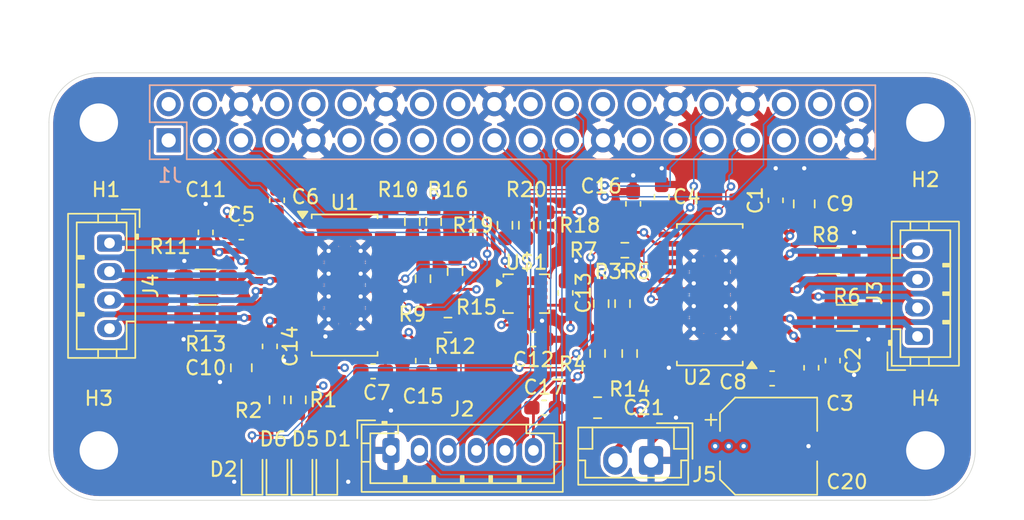
<source format=kicad_pcb>
(kicad_pcb (version 20241229) (generator "pcbnew") (generator_version "9.0")
  (layers (0 "F.Cu" signal) (4 "In1.Cu" signal) (6 "In2.Cu" signal) (2 "B.Cu" signal) (13 "F.Paste" user) (15 "B.Paste" user) (5 "F.SilkS" user "F.Silkscreen") (7 "B.SilkS" user "B.Silkscreen") (1 "F.Mask" user) (3 "B.Mask" user) (25 "Edge.Cuts" user))
  (net 0 "")
  (net 1 "VCC")
  (net 2 "GND")
  (net 3 "Net-(U2-VCP)")
  (net 4 "Net-(U2-5VOUT)")
  (net 5 "Net-(U1-VCP)")
  (net 6 "Net-(U1-CPI)")
  (net 7 "Net-(U1-CPO)")
  (net 8 "Net-(U1-5VOUT)")
  (net 9 "Net-(U2-CPO)")
  (net 10 "Net-(U2-CPI)")
  (net 11 "+3.3V")
  (net 12 "Net-(D1-A)")
  (net 13 "Net-(D2-A)")
  (net 14 "Net-(D5-A)")
  (net 15 "Net-(D6-A)")
  (net 19 "SCL_3V3")
  (net 21 "DIR_RIGHT")
  (net 22 "SDA_3V3")
  (net 27 "SCLK")
  (net 28 "STEP_RIGHT")
  (net 30 "unconnected-(J1-Pin_4-Pad4)")
  (net 34 "MISO")
  (net 36 "MOSI")
  (net 39 "STEP_LEFT")
  (net 41 "DIR_LEFT")
  (net 45 "CS")
  (net 47 "Net-(J3-Pin_2)")
  (net 48 "Net-(J3-Pin_4)")
  (net 49 "Net-(J3-Pin_3)")
  (net 50 "Net-(J3-Pin_1)")
  (net 51 "Net-(J4-Pin_3)")
  (net 52 "Net-(J4-Pin_4)")
  (net 53 "Net-(J4-Pin_1)")
  (net 54 "Net-(J4-Pin_2)")
  (net 55 "Net-(U2-MS1)")
  (net 56 "Net-(U2-MS2)")
  (net 57 "Net-(U2-BRA)")
  (net 58 "Net-(U2-DIAG)")
  (net 59 "Net-(U2-BRB)")
  (net 60 "Net-(U1-MS1)")
  (net 61 "Net-(U1-MS2)")
  (net 62 "Net-(U1-BRA)")
  (net 63 "Net-(U1-DIAG)")
  (net 64 "Net-(U1-BRB)")
  (net 65 "Net-(U$1-CS)")
  (footprint "Capacitor_SMD:C_0805_2012Metric_Pad1.18x1.45mm_HandSolder" (layer "F.Cu") (at 169.5 102.8 180)
    (property "Reference" "C21")
    (property "Value" "100nF")
  )
  (footprint "Connector_JST:JST_PH_B4B-PH-K_1x04_P2.00mm_Vertical" (layer "F.Cu") (at 135.25 91.25 -90)
    (property "Reference" "J4")
    (property "Value" "Conn_01x04")
  )
  (footprint "Resistor_SMD:R_0603_1608Metric_Pad0.98x0.95mm_HandSolder" (layer "F.Cu") (at 159 97)
    (property "Reference" "R12")
    (property "Value" "1k")
  )
  (footprint "Resistor_SMD:R_0603_1608Metric_Pad0.98x0.95mm_HandSolder" (layer "F.Cu") (at 169.75 95.5 -90)
    (property "Reference" "R3")
    (property "Value" "10k")
  )
  (footprint "Capacitor_SMD:C_0603_1608Metric_Pad1.08x0.95mm_HandSolder" (layer "F.Cu") (at 186 99.5 -90)
    (property "Reference" "C2")
    (property "Value" "100nF")
  )
  (footprint "Capacitor_SMD:C_0603_1608Metric_Pad1.08x0.95mm_HandSolder" (layer "F.Cu") (at 157.25 99.5 90)
    (property "Reference" "C15")
    (property "Value" "100n")
  )
  (footprint "Capacitor_SMD:C_0603_1608Metric_Pad1.08x0.95mm_HandSolder" (layer "F.Cu") (at 165 98 180)
    (property "Reference" "C12")
    (property "Value" "100nF")
  )
  (footprint "Resistor_SMD:R_0603_1608Metric_Pad0.98x0.95mm_HandSolder" (layer "F.Cu") (at 169.5 99 90)
    (property "Reference" "R4")
    (property "Value" "10k")
  )
  (footprint "Package_SO:HTSSOP-28-1EP_4.4x9.7mm_P0.65mm_EP2.85x5.4mm_ThermalVias" (layer "F.Cu") (at 151.75 94.2)
    (property "Reference" "U1")
    (property "Value" "TMC2225-SA-T")
  )
  (footprint "Capacitor_SMD:C_0805_2012Metric_Pad1.18x1.45mm_HandSolder" (layer "F.Cu") (at 144.5 100 -90)
    (property "Reference" "C10")
    (property "Value" "10uF")
  )
  (footprint "Resistor_SMD:R_0603_1608Metric_Pad0.98x0.95mm_HandSolder" (layer "F.Cu") (at 158 89.75 -90)
    (property "Reference" "R16")
    (property "Value" "10k")
  )
  (footprint "Capacitor_SMD:C_0603_1608Metric_Pad1.08x0.95mm_HandSolder" (layer "F.Cu") (at 184.5 100 -90)
    (property "Reference" "C3")
    (property "Value" "100n")
  )
  (footprint "MountingHole:MountingHole_2.7mm_M2.5_Pad" (layer "F.Cu") (at 192.5 105.8)
    (property "Reference" "H4")
    (property "Value" "MountingHole_Pad")
  )
  (footprint "Resistor_SMD:R_1206_3216Metric_Pad1.30x1.75mm_HandSolder" (layer "F.Cu") (at 142 96.5 180)
    (property "Reference" "R13")
    (property "Value" "220m")
  )
  (footprint "Capacitor_SMD:C_0603_1608Metric_Pad1.08x0.95mm_HandSolder" (layer "F.Cu") (at 142 90.5 90)
    (property "Reference" "C11")
    (property "Value" "100nF")
  )
  (footprint "Resistor_SMD:R_0603_1608Metric_Pad0.98x0.95mm_HandSolder" (layer "F.Cu") (at 159.5 93.25 90)
    (property "Reference" "R15")
    (property "Value" "10k")
  )
  (footprint "LED_SMD:LED_0603_1608Metric_Pad1.05x0.95mm_HandSolder" (layer "F.Cu") (at 145.25 107.25 90)
    (property "Reference" "D2")
    (property "Value" "LED")
  )
  (footprint "LED_SMD:LED_0603_1608Metric_Pad1.05x0.95mm_HandSolder" (layer "F.Cu") (at 148.75 107.25 90)
    (property "Reference" "D5")
    (property "Value" "LED")
  )
  (footprint "Capacitor_SMD:C_0603_1608Metric_Pad1.08x0.95mm_HandSolder" (layer "F.Cu") (at 172 88.5 -90)
    (property "Reference" "C16")
    (property "Value" "100n")
  )
  (footprint "Resistor_SMD:R_0603_1608Metric_Pad0.98x0.95mm_HandSolder" (layer "F.Cu") (at 163 90 -90)
    (property "Reference" "R19")
    (property "Value" "10K")
  )
  (footprint "Capacitor_SMD:C_0603_1608Metric_Pad1.08x0.95mm_HandSolder" (layer "F.Cu") (at 147 88.25 -90)
    (property "Reference" "C6")
    (property "Value" "22n")
  )
  (footprint "Resistor_SMD:R_0603_1608Metric_Pad0.98x0.95mm_HandSolder" (layer "F.Cu") (at 157.25 93.75 -90)
    (property "Reference" "R9")
    (property "Value" "10k")
  )
  (footprint "Capacitor_SMD:C_0603_1608Metric_Pad1.08x0.95mm_HandSolder" (layer "F.Cu") (at 144.5 90.5)
    (property "Reference" "C5")
    (property "Value" "100n")
  )
  (footprint "Resistor_SMD:R_0603_1608Metric_Pad0.98x0.95mm_HandSolder" (layer "F.Cu") (at 171.75 99 -90)
    (property "Reference" "R14")
    (property "Value" "10k")
  )
  (footprint "Resistor_SMD:R_0603_1608Metric_Pad0.98x0.95mm_HandSolder" (layer "F.Cu") (at 156.5 89.75 90)
    (property "Reference" "R10")
    (property "Value" "10k")
  )
  (footprint "Capacitor_SMD:C_0603_1608Metric_Pad1.08x0.95mm_HandSolder" (layer "F.Cu") (at 146.5 98.5 -90)
    (property "Reference" "C14")
    (property "Value" "100nF")
  )
  (footprint "Resistor_SMD:R_1206_3216Metric_Pad1.30x1.75mm_HandSolder" (layer "F.Cu") (at 142 94 180)
    (property "Reference" "R11")
    (property "Value" "220m")
  )
  (footprint "Resistor_SMD:R_1206_3216Metric_Pad1.30x1.75mm_HandSolder" (layer "F.Cu") (at 187 96.5)
    (property "Reference" "R6")
    (property "Value" "220m")
  )
  (footprint "LED_SMD:LED_0603_1608Metric_Pad1.05x0.95mm_HandSolder" (layer "F.Cu") (at 150.5 107.25 90)
    (property "Reference" "D1")
    (property "Value" "LED")
  )
  (footprint "Connector_JST:JST_EH_B2B-EH-A_1x02_P2.50mm_Vertical" (layer "F.Cu") (at 173.25 106.5 180)
    (property "Reference" "J5")
    (property "Value" "Battery")
  )
  (footprint "Capacitor_SMD:C_0805_2012Metric_Pad1.18x1.45mm_HandSolder" (layer "F.Cu") (at 184 88.5 90)
    (property "Reference" "C9")
    (property "Value" "10uF")
  )
  (footprint "Connector_JST:JST_PH_B6B-PH-K_1x06_P2.00mm_Vertical" (layer "F.Cu") (at 155 105.8)
    (property "Reference" "J2")
    (property "Value" "MCP3208")
  )
  (footprint "Resistor_SMD:R_0603_1608Metric_Pad0.98x0.95mm_HandSolder" (layer "F.Cu") (at 148.5 102.25 -90)
    (property "Reference" "R1")
    (property "Value" "6.8k")
  )
  (footprint "Resistor_SMD:R_0603_1608Metric_Pad0.98x0.95mm_HandSolder" (layer "F.Cu") (at 171.4125 91.75 180)
    (property "Reference" "R7")
    (property "Value" "1k")
  )
  (footprint "Capacitor_SMD:C_0603_1608Metric_Pad1.08x0.95mm_HandSolder" (layer "F.Cu") (at 167.25 94.75 -90)
    (property "Reference" "C13")
    (property "Value" "100nF")
  )
  (footprint "Package_SO:HTSSOP-28-1EP_4.4x9.7mm_P0.65mm_EP2.85x5.4mm_ThermalVias" (layer "F.Cu") (at 177.375 94.875 180)
    (property "Reference" "U2")
    (property "Value" "TMC2225-SA-T")
  )
  (footprint "Resistor_SMD:R_1206_3216Metric_Pad1.30x1.75mm_HandSolder" (layer "F.Cu") (at 185.75 92.5)
    (property "Reference" "R8")
    (property "Value" "220m")
  )
  (footprint "Resistor_SMD:R_0603_1608Metric_Pad0.98x0.95mm_HandSolder" (layer "F.Cu") (at 166 90 -90)
    (property "Reference" "R18")
    (property "Value" "10K")
  )
  (footprint "Capacitor_SMD:C_0603_1608Metric_Pad1.08x0.95mm_HandSolder" (layer "F.Cu") (at 174 88 90)
    (property "Reference" "C4")
    (property "Value" "2u2")
  )
  (footprint "MountingHole:MountingHole_2.7mm_M2.5_Pad" (layer "F.Cu") (at 134.5 82.8)
    (property "Reference" "H1")
    (property "Value" "MountingHole_Pad")
  )
  (footprint "LED_SMD:LED_0603_1608Metric_Pad1.05x0.95mm_HandSolder" (layer "F.Cu") (at 147 107.25 90)
    (property "Reference" "D6")
    (property "Value" "LED")
  )
  (footprint "Capacitor_SMD:C_0603_1608Metric_Pad1.08x0.95mm_HandSolder" (layer "F.Cu") (at 165.75 102.8)
    (property "Reference" "C17")
    (property "Value" "100nF")
  )
  (footprint "MountingHole:MountingHole_2.7mm_M2.5_Pad" (layer "F.Cu") (at 192.5 82.8)
    (property "Reference" "H2")
    (property "Value" "MountingHole_Pad")
  )
  (footprint "MountingHole:MountingHole_2.7mm_M2.5_Pad" (layer "F.Cu") (at 134.5 105.8)
    (property "Reference" "H3")
    (property "Value" "MountingHole_Pad")
  )
  (footprint "Resistor_SMD:R_0603_1608Metric_Pad0.98x0.95mm_HandSolder" (layer "F.Cu") (at 147 102.25 -90)
    (property "Reference" "R2")
    (property "Value" "1K")
  )
  (footprint "Resistor_SMD:R_0603_1608Metric_Pad0.98x0.95mm_HandSolder" (layer "F.Cu") (at 164.5 90 -90)
    (property "Reference" "R20")
    (property "Value" "10K")
  )
  (footprint "Capacitor_SMD:C_0603_1608Metric_Pad1.08x0.95mm_HandSolder" (layer "F.Cu") (at 153.75 100.25 180)
    (property "Reference" "C7")
    (property "Value" "2u2")
  )
  (footprint "Connector_JST:JST_PH_B4B-PH-K_1x04_P2.00mm_Vertical" (layer "F.Cu") (at 191.95 97.8 90)
    (property "Reference" "J3")
    (property "Value" "Conn_01x04")
  )
  (footprint "Capacitor_SMD:C_0603_1608Metric_Pad1.08x0.95mm_HandSolder" (layer "F.Cu") (at 182 88.25 90)
    (property "Reference" "C1")
    (property "Value" "100nF")
  )
  (footprint "Resistor_SMD:R_0603_1608Metric_Pad0.98x0.95mm_HandSolder" (layer "F.Cu") (at 171.25 95.5 90)
    (property "Reference" "R5")
    (property "Value" "10k")
  )
  (footprint "Capacitor_SMD:CP_Elec_6.3x5.4" (layer "F.Cu") (at 181.5 105.5)
    (property "Reference" "C20")
    (property "Value" "330uF")
  )
  (footprint "Package_LGA:LGA-14_3x2.5mm_P0.5mm_LayoutBorder3x4y" (layer "F.Cu") (at 164.5 94.8)
    (property "Reference" "U$1")
    (property "Value" "LSM6DSOX")
  )
  (footprint "Capacitor_SMD:C_0603_1608Metric_Pad1.08x0.95mm_HandSolder" (layer "F.Cu") (at 181.75 100.75)
    (property "Reference" "C8")
    (property "Value" "22n")
  )
  (footprint "Connector_PinSocket_2.54mm:PinSocket_2x20_P2.54mm_Vertical" (layer "B.Cu") (at 139.4 84.04 -90)
    (property "Reference" "J1")
    (property "Value" "Conn_02x20_Odd_Even")
  )
  (gr_arc (start 192.5 79.3) (mid 194.974874 80.325126) (end 196 82.8) (stroke (width 0.05)) (layer "Edge.Cuts"))
  (gr_line (start 196 82.8) (end 196 105.8) (stroke (width 0.05)) (layer "Edge.Cuts"))
  (gr_arc (start 134.5 109.3) (mid 132.025126 108.274874) (end 131 105.8) (stroke (width 0.05)) (layer "Edge.Cuts"))
  (gr_line (start 134.5 79.3) (end 192.5 79.3) (stroke (width 0.05)) (layer "Edge.Cuts"))
  (gr_line (start 192.5 109.3) (end 134.5 109.3) (stroke (width 0.05)) (layer "Edge.Cuts"))
  (gr_arc (start 131 82.8) (mid 132.025126 80.325126) (end 134.5 79.3) (stroke (width 0.05)) (layer "Edge.Cuts"))
  (gr_arc (start 196 105.8) (mid 194.974874 108.274874) (end 192.5 109.3) (stroke (width 0.05)) (layer "Edge.Cuts"))
  (gr_line (start 131 82.8) (end 131 105.8) (stroke (width 0.05)) (layer "Edge.Cuts"))
  (segment (start 146.5 96.7) (end 146.5 97.6375) (width 0.4) (layer "F.Cu") (net 1))
  (segment (start 145.825 97.6375) (end 144.5 98.9625) (width 0.4) (layer "F.Cu") (net 1))
  (segment (start 170.75 105.75) (end 172.5 104) (width 0.4) (layer "F.Cu") (net 1))
  (segment (start 183 90.5375) (end 184 89.5375) (width 0.4) (layer "F.Cu") (net 1))
  (segment (start 146.5 97.6375) (end 145.825 97.6375) (width 0.4) (layer "F.Cu") (net 1))
  (segment (start 183 90.75) (end 182 89.75) (width 0.4) (layer "F.Cu") (net 1))
  (segment (start 148.101001 96.524) (end 148.150001 96.475) (width 0.4) (layer "F.Cu") (net 1))
  (segment (start 172.5 104) (end 172.5 103) (width 0.4) (layer "F.Cu") (net 1))
  (segment (start 148.8875 96.475) (end 148.150001 96.475) (width 0.2) (layer "F.Cu") (net 1))
  (segment (start 183 90.75) (end 181.15 92.6) (width 0.4) (layer "F.Cu") (net 1))
  (segment (start 147.199 91.799) (end 147.325 91.925) (width 0.4) (layer "F.Cu") (net 1))
  (segment (start 172.5 103) (end 170.7375 103) (width 0.4) (layer "F.Cu") (net 1))
  (segment (start 143.04088 91.799) (end 147.199 91.799) (width 0.4) (layer "F.Cu") (net 1))
  (segment (start 183 90.75) (end 183 90.5375) (width 0.4) (layer "F.Cu") (net 1))
  (segment (start 170.75 107) (end 170.75 105.75) (width 0.2) (layer "F.Cu") (net 1))
  (segment (start 150.1625 101.3375) (end 148.5 101.3375) (width 0.2) (layer "F.Cu") (net 1))
  (segment (start 170.7375 103) (end 170.5375 102.8) (width 0.4) (layer "F.Cu") (net 1))
  (segment (start 142.5375 91.9) (end 142 91.3625) (width 0.4) (layer "F.Cu") (net 1))
  (segment (start 143.5 89) (end 143.5 90.3625) (width 0.2) (layer "F.Cu") (net 1))
  (segment (start 146.5 96.7) (end 147.863708 96.7) (width 0.4) (layer "F.Cu") (net 1))
  (segment (start 147.325 91.925) (end 148.8875 91.925) (width 0.4) (layer "F.Cu") (net 1))
  (segment (start 182.65 97.15) (end 183.25 97.75) (width 0.4) (layer "F.Cu") (net 1))
  (segment (start 180.2375 97.15) (end 182.65 97.15) (width 0.4) (layer "F.Cu") (net 1))
  (segment (start 184.5 99) (end 184.1375 98.6375) (width 0.4) (layer "F.Cu") (net 1))
  (segment (start 186 98.6375) (end 184.1375 98.6375) (width 0.4) (layer "F.Cu") (net 1))
  (segment (start 182 89.75) (end 182 89.2875) (width 0.2) (layer "F.Cu") (net 1))
  (segment (start 142.93988 91.9) (end 143.04088 91.799) (width 0.4) (layer "F.Cu") (net 1))
  (segment (start 181.15 92.6) (end 180.2375 92.6) (width 0.4) (layer "F.Cu") (net 1))
  (segment (start 148.039708 96.524) (end 148.101001 96.524) (width 0.4) (layer "F.Cu") (net 1))
  (segment (start 143.5 90.3625) (end 143.6375 90.5) (width 0.2) (layer "F.Cu") (net 1))
  (segment (start 184.1375 98.6375) (end 183.25 97.75) (width 0.4) (layer "F.Cu") (net 1))
  (segment (start 150.25 101.25) (end 150.1625 101.3375) (width 0.2) (layer "F.Cu") (net 1))
  (segment (start 184.5 99.1375) (end 184.5 99) (width 0.4) (layer "F.Cu") (net 1))
  (segment (start 147.863708 96.7) (end 148.039708 96.524) (width 0.4) (layer "F.Cu") (net 1))
  (segment (start 142.93988 91.9) (end 142.5375 91.9) (width 0.4) (layer "F.Cu") (net 1))
  (via (at 178.7 105.5) (size 0.6) (drill 0.3) (layers "F.Cu" "B.Cu") (net 1))
  (via (at 146.5 96.7) (size 0.6) (drill 0.3) (layers "F.Cu" "B.Cu") (net 1))
  (via (at 142.93988 91.9) (size 0.6) (drill 0.3) (layers "F.Cu" "B.Cu") (net 1))
  (via (at 172.5 103) (size 0.6) (drill 0.3) (layers "F.Cu" "B.Cu") (net 1))
  (via (at 183.25 97.75) (size 0.6) (drill 0.3) (layers "F.Cu" "B.Cu") (net 1))
  (via (at 150.25 101.25) (size 0.6) (drill 0.3) (layers "F.Cu" "B.Cu") (net 1))
  (via (at 183 90.75) (size 0.6) (drill 0.3) (layers "F.Cu" "B.Cu") (net 1))
  (via (at 179.75 105.5) (size 0.6) (drill 0.3) (layers "F.Cu" "B.Cu") (net 1))
  (via (at 143.5 89) (size 0.6) (drill 0.3) (layers "F.Cu" "B.Cu") (net 1))
  (via (at 177.75 105.5) (size 0.6) (drill 0.3) (layers "F.Cu" "B.Cu") (net 1))
  (segment (start 174.475 94.5875) (end 174.5125 94.55) (width 0.2) (layer "F.Cu") (net 2))
  (segment (start 165.6 96.7) (end 165 96.1) (width 0.2) (layer "F.Cu") (net 2))
  (segment (start 144 108) (end 145.125 108) (width 0.2) (layer "F.Cu") (net 2))
  (segment (start 172 86.5) (end 172 87.6375) (width 0.2) (layer "F.Cu") (net 2))
  (segment (start 140.5 93.95) (end 140.45 94) (width 0.4) (layer "F.Cu") (net 2))
  (segment (start 145.125 108) (end 145.25 108.125) (width 0.2) (layer "F.Cu") (net 2))
  (segment (start 143 101) (end 144.4625 101) (width 0.2) (layer "F.Cu") (net 2))
  (segment (start 186.1375 100.5) (end 186 100.3625) (width 0.4) (layer "F.Cu") (net 2))
  (segment (start 156.5 87.5) (end 156.5 88.8375) (width 0.2) (layer "F.Cu") (net 2))
  (segment (start 155 103) (end 155 105.8) (width 0.2) (layer "F.Cu") (net 2))
  (segment (start 187.5 91.8) (end 187.3 92) (width 0.2) (layer "F.Cu") (net 2))
  (segment (start 154.6125 94.525) (end 155.925 94.525) (width 0.2) (layer "F.Cu") (net 2))
  (segment (start 140.5 92.5) (end 140.5 93.95) (width 0.4) (layer "F.Cu") (net 2))
  (segment (start 172.65 94.55) (end 171.3 93.2) (width 0.2) (layer "F.Cu") (net 2))
  (segment (start 152 108) (end 150.625 108) (width 0.2) (layer "F.Cu") (net 2))
  (segment (start 164.5 95.7125) (end 165 95.7125) (width 0.2) (layer "F.Cu") (net 2))
  (segment (start 174.5 99.1125) (end 174.5125 99.1) (width 0.2) (layer "F.Cu") (net 2))
  (segment (start 174 86) (end 174 87.1375) (width 0.2) (layer "F.Cu") (net 2))
  (segment (start 173.25 106.5) (end 173.25 105.25) (width 0.4) (layer "F.Cu") (net 2))
  (segment (start 187.5 100.5) (end 186.1375 100.5) (width 0.4) (layer "F.Cu") (net 2))
  (segment (start 144.4625 101) (end 144.5 101.0375) (width 0.2) (layer "F.Cu") (net 2))
  (segment (start 187.5 90.5) (end 187.5 91.8) (width 0.4) (layer "F.Cu") (net 2))
  (segment (start 173.25 105.25) (end 175 103.5) (width 0.4) (layer "F.Cu") (net 2))
  (segment (start 180.2375 90.65) (end 180.2375 91.3) (width 0.2) (layer "F.Cu") (net 2))
  (segment (start 174.5125 94.55) (end 172.65 94.55) (width 0.2) (layer "F.Cu") (net 2))
  (segment (start 147.5 99.5) (end 146.6375 99.5) (width 0.2) (layer "F.Cu") (net 2))
  (segment (start 150.4 97.8) (end 148.9125 97.8) (width 0.2) (layer "F.Cu") (net 2))
  (segment (start 188.5 98) (end 188.5 96.55) (width 0.4) (layer "F.Cu") (net 2))
  (segment (start 142 88.5) (end 142 89.6375) (width 0.2) (layer "F.Cu") (net 2))
  (segment (start 155.925 94.525) (end 156 94.6) (width 0.2) (layer "F.Cu") (net 2))
  (segment (start 150.625 108) (end 150.5 108.125) (width 0.2) (layer "F.Cu") (net 2))
  (segment (start 188.5 96.55) (end 188.55 96.5) (width 0.2) (layer "F.Cu") (net 2))
  (segment (start 184.5 86.9625) (end 184.25 87.2125) (width 0.2) (layer "F.Cu") (net 2))
  (segment (start 150.5 108.125) (end 148.75 108.125) (width 0.2) (layer "F.Cu") (net 2))
  (segment (start 182 86) (end 182 87.2125) (width 0.4) (layer "F.Cu") (net 2))
  (segment (start 174.5 100) (end 174.5 99.1125) (width 0.2) (layer "F.Cu") (net 2))
  (segment (start 140.45 98) (end 140.45 96.5) (width 0.4) (layer "F.Cu") (net 2))
  (segment (start 145.25 108.125) (end 147 108.125) (width 0.2) (layer "F.Cu") (net 2))
  (segment (start 184 86) (end 184 87.4625) (width 0.4) (layer "F.Cu") (net 2))
  (segment (start 165 96.1) (end 165 95.7125) (width 0.2) (layer "F.Cu") (net 2))
  (segment (start 163.3375 95.05) (end 163.3375 94.55) (width 0.2) (layer "F.Cu") (net 2))
  (segment (start 146.6375 99.5) (end 146.5 99.3625) (width 0.2) (layer "F.Cu") (net 2))
  (via (at 174 86) (size 0.6) (drill 0.3) (layers "F.Cu" "B.Cu") (net 2))
  (via (at 184.3 105.5) (size 0.6) (drill 0.3) (layers "F.Cu" "B.Cu") (net 2))
  (via (at 156.5 87.5) (size 0.6) (drill 0.3) (layers "F.Cu" "B.Cu") (net 2))
  (via (at 140.5 92.5) (size 0.6) (drill 0.3) (layers "F.Cu" "B.Cu") (net 2))
  (via (at 142 88.5) (size 0.6) (drill 0.3) (layers "F.Cu" "B.Cu") (net 2))
  (via (at 184 86) (size 0.6) (drill 0.3) (layers "F.Cu" "B.Cu") (net 2))
  (via (at 187.5 100.5) (size 0.6) (drill 0.3) (layers "F.Cu" "B.Cu") (net 2))
  (via (at 172 86.5) (size 0.6) (drill 0.3) (layers "F.Cu" "B.Cu") (net 2))
  (via (at 175 103.5) (size 0.6) (drill 0.3) (layers "F.Cu" "B.Cu") (net 2))
  (via (at 182 86) (size 0.6) (drill 0.3) (layers "F.Cu" "B.Cu") (net 2))
  (via (at 168 92.5) (size 0.6) (drill 0.3) (layers "F.Cu" "B.Cu") (net 2))
  (via (at 155 103) (size 0.6) (drill 0.3) (layers "F.Cu" "B.Cu") (net 2))
  (via (at 156 94.6) (size 0.6) (drill 0.3) (layers "F.Cu" "B.Cu") (net 2))
  (via (at 147.5 99.5) (size 0.6) (drill 0.3) (layers "F.Cu" "B.Cu") (net 2))
  (via (at 140.45 98) (size 0.6) (drill 0.3) (layers "F.Cu" "B.Cu") (net 2))
  (via (at 171.3 93.2) (size 0.6) (drill 0.3) (layers "F.Cu" "B.Cu") (net 2))
  (via (at 150.4 97.8) (size 0.6) (drill 0.3) (layers "F.Cu" "B.Cu") (net 2))
  (via (at 188.5 98) (size 0.6) (drill 0.3) (layers "F.Cu" "B.Cu") (net 2))
  (via (at 152 108) (size 0.6) (drill 0.3) (layers "F.Cu" "B.Cu") (net 2))
  (via (at 143 101) (size 0.6) (drill 0.3) (layers "F.Cu" "B.Cu") (net 2))
  (via (at 187.5 90.5) (size 0.6) (drill 0.3) (layers "F.Cu" "B.Cu") (net 2))
  (via (at 144 108) (size 0.6) (drill 0.3) (layers "F.Cu" "B.Cu") (net 2))
  (via (at 165.6 96.7) (size 0.6) (drill 0.3) (layers "F.Cu" "B.Cu") (net 2))
  (via (at 174.5 100) (size 0.6) (drill 0.3) (layers "F.Cu" "B.Cu") (net 2))
  (segment (start 181.4375 97.8) (end 184.5 100.8625) (width 0.2) (layer "F.Cu") (net 3))
  (segment (start 180.2375 97.8) (end 181.4375 97.8) (width 0.2) (layer "F.Cu") (net 3))
  (segment (start 184.5 100.8625) (end 184.5 100.4875) (width 0.2) (layer "F.Cu") (net 3))
  (segment (start 174 88.8625) (end 174 90.1375) (width 0.1) (layer "F.Cu") (net 4))
  (segment (start 174 90.1375) (end 174.5125 90.65) (width 0.1) (layer "F.Cu") (net 4))
  (segment (start 146.6375 91.275) (end 148.8875 91.275) (width 0.1) (layer "F.Cu") (net 5))
  (segment (start 145.93125 91.06875) (end 145.3625 90.5) (width 0.1) (layer "F.Cu") (net 5))
  (segment (start 146.43125 91.06875) (end 146.6375 91.275) (width 0.1) (layer "F.Cu") (net 5))
  (segment (start 146.43125 91.06875) (end 145.93125 91.06875) (width 0.1) (layer "F.Cu") (net 5))
  (segment (start 147.975 90.625) (end 148.8875 90.625) (width 0.1) (layer "F.Cu") (net 6))
  (segment (start 147 89.1125) (end 147 89.65) (width 0.1) (layer "F.Cu") (net 6))
  (segment (start 147 89.65) (end 147.975 90.625) (width 0.1) (layer "F.Cu") (net 6))
  (segment (start 148.8875 89.275) (end 148.8875 89.975) (width 0.2) (layer "F.Cu") (net 7))
  (segment (start 147 87.3875) (end 148.8875 89.275) (width 0.2) (layer "F.Cu") (net 7))
  (segment (start 154.6125 100.25) (end 154.6125 98.425) (width 0.2) (layer "F.Cu") (net 8))
  (segment (start 180.8875 100.75) (end 180.8875 99.75) (width 0.1) (layer "F.Cu") (net 9))
  (segment (start 180.8875 99.75) (end 180.2375 99.1) (width 0.1) (layer "F.Cu") (net 9))
  (segment (start 182.6125 100.75) (end 182.6125 100.087501) (width 0.1) (layer "F.Cu") (net 10))
  (segment (start 180.974999 98.45) (end 180.2375 98.45) (width 0.1) (layer "F.Cu") (net 10))
  (segment (start 182.6125 100.087501) (end 180.974999 98.45) (width 0.1) (layer "F.Cu") (net 10))
  (segment (start 169.8 94.5375) (end 169.75 94.5875) (width 0.2) (layer "F.Cu") (net 11))
  (segment (start 168.7875 99.9125) (end 169.5 99.9125) (width 0.2) (layer "F.Cu") (net 11))
  (segment (start 158 88.8375) (end 158 87.7) (width 0.2) (layer "F.Cu") (net 11))
  (segment (start 156.25 97.5) (end 155.975 97.775) (width 0.2) (layer "F.Cu") (net 11))
  (segment (start 168.1 100.6) (end 167.8 100.9) (width 0.2) (layer "F.Cu") (net 11))
  (segment (start 166 89.0875) (end 168.1625 89.0875) (width 0.2) (layer "F.Cu") (net 11))
  (segment (start 156.25 97.5) (end 156.25 97.6375) (width 0.2) (layer "F.Cu") (net 11))
  (segment (start 163 89.0875) (end 164.5 89.0875) (width 0.2) (layer "F.Cu") (net 11))
  (segment (start 166.5 100.9) (end 164.8875 102.5125) (width 0.2) (layer "F.Cu") (net 11))
  (segment (start 165.725 95.6125) (end 165.6625 95.55) (width 0.2) (layer "F.Cu") (net 11))
  (segment (start 159.8375 94.5) (end 159.5 94.1625) (width 0.2) (layer "F.Cu") (net 11))
  (segment (start 148.3375 100) (end 147 101.3375) (width 0.2) (layer "F.Cu") (net 11))
  (segment (start 164.8875 103) (end 164.8875 103.1375) (width 0.2) (layer "F.Cu") (net 11))
  (segment (start 167.6 97.2) (end 167.6 95.9625) (width 0.2) (layer "F.Cu") (net 11))
  (segment (start 161 94.5) (end 159.8375 94.5) (width 0.2) (layer "F.Cu") (net 11))
  (segment (start 167.25 95.6125) (end 165.725 95.6125) (width 0.2) (layer "F.Cu") (net 11))
  (segment (start 173.55 91.3) (end 174.5125 91.3) (width 0.2) (layer "F.Cu") (net 11))
  (segment (start 162.75 97) (end 163.3875 97) (width 0.2) (layer "F.Cu") (net 11))
  (segment (start 164.8875 103.1375) (end 165 103.25) (width 0.2) (layer "F.Cu") (net 11))
  (segment (start 172.1375 90.5) (end 172 90.3625) (width 0.2) (layer "F.Cu") (net 11))
  (segment (start 167.8 100.9) (end 166.5 100.9) (width 0.2) (layer "F.Cu") (net 11))
  (segment (start 168.1 100.6) (end 168.7875 99.9125) (width 0.2) (layer "F.Cu") (net 11))
  (segment (start 172.75 90.5) (end 172.1375 90.5) (width 0.2) (layer "F.Cu") (net 11))
  (segment (start 172.75 90.5) (end 173.55 91.3) (width 0.2) (layer "F.Cu") (net 11))
  (segment (start 162.75 97) (end 164 95.75) (width 0.2) (layer "F.Cu") (net 11))
  (segment (start 164.5 89.0875) (end 166 89.0875) (width 0.2) (layer "F.Cu") (net 11))
  (segment (start 172 90.3625) (end 172 89.6125) (width 0.2) (layer "F.Cu") (net 11))
  (segment (start 165 103.25) (end 165 106) (width 0.2) (layer "F.Cu") (net 11))
  (segment (start 164 95.75) (end 164 95.7125) (width 0.2) (layer "F.Cu") (net 11))
  (segment (start 155.975 97.775) (end 154.6125 97.775) (width 0.2) (layer "F.Cu") (net 11))
  (segment (start 169.8 93.3) (end 169.8 94.5375) (width 0.2) (layer "F.Cu") (net 11))
  (segment (start 163.3875 97) (end 164.1375 97.75) (width 0.2) (layer "F.Cu") (net 11))
  (segment (start 156.25 97.6375) (end 157.25 98.6375) (width 0.2) (layer "F.Cu") (net 11))
  (segment (start 164.8875 102.5125) (end 164.8875 103) (width 0.2) (layer "F.Cu") (net 11))
  (segment (start 168.1625 89.0875) (end 168.25 89) (width 0.2) (layer "F.Cu") (net 11))
  (segment (start 151.75 100) (end 148.3375 100) (width 0.2) (layer "F.Cu") (net 11))
  (segment (start 167.6 95.9625) (end 167.25 95.6125) (width 0.2) (layer "F.Cu") (net 11))
  (via (at 168.1 100.6) (size 0.6) (drill 0.3) (layers "F.Cu" "B.Cu") (net 11))
  (via (at 158 87.7) (size 0.6) (drill 0.3) (layers "F.Cu" "B.Cu") (net 11))
  (via (at 161 94.5) (size 0.6) (drill 0.3) (layers "F.Cu" "B.Cu") (net 11))
  (via (at 156.25 97.5) (size 0.6) (drill 0.3) (layers "F.Cu" "B.Cu") (net 11))
  (via (at 172.75 90.5) (size 0.6) (drill 0.3) (layers "F.Cu" "B.Cu") (net 11))
  (via (at 168.25 89) (size 0.6) (drill 0.3) (layers "F.Cu" "B.Cu") (net 11))
  (via (at 151.75 100) (size 0.6) (drill 0.3) (layers "F.Cu" "B.Cu") (net 11))
  (via (at 162.75 97) (size 0.6) (drill 0.3) (layers "F.Cu" "B.Cu") (net 11))
  (via (at 167.6 97.2) (size 0.6) (drill 0.3) (layers "F.Cu" "B.Cu") (net 11))
  (via (at 169.8 93.3) (size 0.6) (drill 0.3) (layers "F.Cu" "B.Cu") (net 11))
  (segment (start 159.9125 101.5875) (end 159.5 102) (width 0.1) (layer "F.Cu") (net 12))
  (segment (start 159.9125 99.25) (end 159.9125 97) (width 0.1) (layer "F.Cu") (net 12))
  (segment (start 150.5 106.375) (end 150.5 105) (width 0.1) (layer "F.Cu") (net 12))
  (segment (start 159.5 102) (end 153.5 102) (width 0.1) (layer "F.Cu") (net 12))
  (segment (start 153.5 102) (end 150.5 105) (width 0.1) (layer "F.Cu") (net 12))
  (segment (start 159.9125 99.25) (end 159.9125 101.5875) (width 0.1) (layer "F.Cu") (net 12))
  (segment (start 169 92.25) (end 169.5 91.75) (width 0.1) (layer "F.Cu") (net 13))
  (segment (start 168 99) (end 167 100) (width 0.1) (layer "F.Cu") (net 13))
  (segment (start 166 100) (end 165.5 100) (width 0.1) (layer "F.Cu") (net 13))
  (segment (start 169.5 91.75) (end 170.5 91.75) (width 0.1) (layer "F.Cu") (net 13))
  (segment (start 165.5 100) (end 164 100) (width 0.1) (layer "F.Cu") (net 13))
  (segment (start 167 100) (end 166 100) (width 0.1) (layer "F.Cu") (net 13))
  (segment (start 145.25 104.75) (end 145.25 106.375) (width 0.1) (layer "F.Cu") (net 13))
  (via (at 164 100) (size 0.6) (drill 0.3) (layers "F.Cu" "B.Cu") (net 13))
  (via (at 169 92.25) (size 0.6) (drill 0.3) (layers "F.Cu" "B.Cu") (net 13))
  (via (at 145.25 104.75) (size 0.6) (drill 0.3) (layers "F.Cu" "B.Cu") (net 13))
  (via (at 168 99) (size 0.6) (drill 0.3) (layers "F.Cu" "B.Cu") (net 13))
  (segment (start 147.779232 104.75) (end 145.25 104.75) (width 0.1) (layer "B.Cu") (net 13))
  (segment (start 164 100) (end 152.529232 100) (width 0.1) (layer "B.Cu") (net 13))
  (segment (start 152.529232 100) (end 147.779232 104.75) (width 0.1) (layer "B.Cu") (net 13))
  (segment (start 169 92.25) (end 169 98) (width 0.1) (layer "B.Cu") (net 13))
  (segment (start 169 98) (end 168 99) (width 0.1) (layer "B.Cu") (net 13))
  (segment (start 148.75 103.4125) (end 148.5 103.1625) (width 0.1) (layer "F.Cu") (net 14))
  (segment (start 148.75 106.375) (end 148.75 103.4125) (width 0.1) (layer "F.Cu") (net 14))
  (segment (start 147 106.375) (end 147 103.1625) (width 0.1) (layer "F.Cu") (net 15))
  (segment (start 164.5 90.9125) (end 164.5 93.8875) (width 0.1) (layer "F.Cu") (net 19))
  (via (at 164.5 92.5) (size 0.6) (drill 0.3) (layers "F.Cu" "B.Cu") (net 19))
  (segment (start 145.919 84.79605) (end 145.23605 84.79605) (width 0.1) (layer "B.Cu") (net 19))
  (segment (start 150.37295 89.25) (end 161.25 89.25) (width 0.1) (layer "B.Cu") (net 19))
  (segment (start 145.23605 84.79605) (end 144.48 84.04) (width 0.1) (layer "B.Cu") (net 19))
  (segment (start 145.919 84.79605) (end 150.37295 89.25) (width 0.1) (layer "B.Cu") (net 19))
  (segment (start 161.25 89.25) (end 164.5 92.5) (width 0.1) (layer "B.Cu") (net 19))
  (segment (start 155.675 95.175) (end 156.25 95.75) (width 0.1) (layer "F.Cu") (net 21))
  (segment (start 161.75 92) (end 161.75 88.75) (width 0.1) (layer "F.Cu") (net 21))
  (segment (start 169.801 87.801) (end 170 88) (width 0.1) (layer "F.Cu") (net 21))
  (segment (start 154.6125 95.175) (end 155.675 95.175) (width 0.1) (layer "F.Cu") (net 21))
  (segment (start 162.699 87.801) (end 169.801 87.801) (width 0.1) (layer "F.Cu") (net 21))
  (segment (start 161.75 88.75) (end 162.699 87.801) (width 0.1) (layer "F.Cu") (net 21))
  (via (at 161.75 92) (size 0.6) (drill 0.3) (layers "F.Cu" "B.Cu") (net 21))
  (via (at 170 88) (size 0.6) (drill 0.3) (layers "F.Cu" "B.Cu") (net 21))
  (via (at 156.25 95.75) (size 0.6) (drill 0.3) (layers "F.Cu" "B.Cu") (net 21))
  (segment (start 158.75 95.75) (end 161.75 92.75) (width 0.1) (layer "B.Cu") (net 21))
  (segment (start 181.141 85.779) (end 181.141 82.939) (width 0.1) (layer "B.Cu") (net 21))
  (segment (start 156.25 95.75) (end 158.75 95.75) (width 0.1) (layer "B.Cu") (net 21))
  (segment (start 181.141 82.939) (end 182.58 81.5) (width 0.1) (layer "B.Cu") (net 21))
  (segment (start 178.92 88) (end 181.141 85.779) (width 0.1) (layer "B.Cu") (net 21))
  (segment (start 170 88) (end 178.92 88) (width 0.1) (layer "B.Cu") (net 21))
  (segment (start 161.75 92.75) (end 161.75 92) (width 0.1) (layer "B.Cu") (net 21))
  (segment (start 163 92.5) (end 163 92.8875) (width 0.1) (layer "F.Cu") (net 22))
  (segment (start 163 92.8875) (end 164 93.8875) (width 0.1) (layer "F.Cu") (net 22))
  (segment (start 163 90.9125) (end 163 92.5) (width 0.1) (layer "F.Cu") (net 22))
  (via (at 163 92.5) (size 0.6) (drill 0.3) (layers "F.Cu" "B.Cu") (net 22))
  (segment (start 145.108525 87.208525) (end 141.94 84.04) (width 0.1) (layer "B.Cu") (net 22))
  (segment (start 145.791475 87.208525) (end 149.08295 90.5) (width 0.1) (layer "B.Cu") (net 22))
  (segment (start 163 92) (end 163 92.5) (width 0.1) (layer "B.Cu") (net 22))
  (segment (start 145.791475 87.208525) (end 145.108525 87.208525) (width 0.1) (layer "B.Cu") (net 22))
  (segment (start 149.08295 90.5) (end 161.5 90.5) (width 0.1) (layer "B.Cu") (net 22))
  (segment (start 161.5 90.5) (end 163 92) (width 0.1) (layer "B.Cu") (net 22))
  (segment (start 167 84.68) (end 167.34 84.34) (width 0.1) (layer "B.Cu") (net 27))
  (segment (start 163 106) (end 166.6 102.4) (width 0.1) (layer "B.Cu") (net 27))
  (segment (start 166.6 84.78) (end 167.34 84.04) (width 0.1) (layer "B.Cu") (net 27))
  (segment (start 166.6 102.4) (end 166.6 84.78) (width 0.1) (layer "B.Cu") (net 27))
  (segment (start 155.75 93.75) (end 155.625 93.875) (width 0.1) (layer "F.Cu") (net 28))
  (segment (start 156 93.75) (end 155.75 93.75) (width 0.1) (layer "F.Cu") (net 28))
  (segment (start 155.625 93.875) (end 154.6125 93.875) (width 0.1) (layer "F.Cu") (net 28))
  (segment (start 161.25 87.5) (end 160.75 88) (width 0.1) (layer "F.Cu") (net 28))
  (segment (start 169.699997 87.5) (end 161.25 87.5) (width 0.1) (layer "F.Cu") (net 28))
  (segment (start 160.75 88) (end 160.75 92.75) (width 0.1) (layer "F.Cu") (net 28))
  (segment (start 170 87.199997) (end 169.699997 87.5) (width 0.1) (layer "F.Cu") (net 28))
  (via (at 156 93.75) (size 0.6) (drill 0.3) (layers "F.Cu" "B.Cu") (net 28))
  (via (at 170 87.199997) (size 0.6) (drill 0.3) (layers "F.Cu" "B.Cu") (net 28))
  (via (at 160.75 92.75) (size 0.6) (drill 0.3) (layers "F.Cu" "B.Cu") (net 28))
  (segment (start 176.061 82.939) (end 177.5 81.5) (width 0.1) (layer "B.Cu") (net 28))
  (segment (start 170 87.199997) (end 170.050003 87.25) (width 0.1) (layer "B.Cu") (net 28))
  (segment (start 160.75 92.75) (end 157 92.75) (width 0.1) (layer "B.Cu") (net 28))
  (segment (start 157 92.75) (end 156 93.75) (width 0.1) (layer "B.Cu") (net 28))
  (segment (start 174.59 87.25) (end 174.59 85.96705) (width 0.1) (layer "B.Cu") (net 28))
  (segment (start 176.061 84.49605) (end 176.061 82.939) (width 0.1) (layer "B.Cu") (net 28))
  (segment (start 170.050003 87.25) (end 174.59 87.25) (width 0.1) (layer "B.Cu") (net 28))
  (segment (start 174.59 85.96705) (end 176.061 84.49605) (width 0.1) (layer "B.Cu") (net 28))
  (segment (start 141.94 81.8) (end 142.55 81.8) (width 0.1) (layer "B.Cu") (net 30))
  (segment (start 165.76 85) (end 164.8 84.04) (width 0.1) (layer "B.Cu") (net 34))
  (segment (start 161 106) (end 166.2 100.8) (width 0.1) (layer "B.Cu") (net 34))
  (segment (start 165.76 85.26) (end 165.76 85) (width 0.1) (layer "B.Cu") (net 34))
  (segment (start 166.2 85.7) (end 165.76 85.26) (width 0.1) (layer "B.Cu") (net 34))
  (segment (start 166.2 100.8) (end 166.2 85.7) (width 0.1) (layer "B.Cu") (net 34))
  (segment (start 165.051 92.728232) (end 164.8 92.979232) (width 0.1) (layer "B.Cu") (net 36))
  (segment (start 164.8 92.979232) (end 164.8 100.2) (width 0.1) (layer "B.Cu") (net 36))
  (segment (start 164.8 100.2) (end 159 106) (width 0.1) (layer "B.Cu") (net 36))
  (segment (start 162.26 84.04) (end 165.051 86.831) (width 0.1) (layer "B.Cu") (net 36))
  (segment (start 165.051 86.831) (end 165.051 92.728232) (width 0.1) (layer "B.Cu") (net 36))
  (segment (start 178.5 87.642182) (end 178.5 88.5) (width 0.1) (layer "F.Cu") (net 39))
  (segment (start 173.25 95.2) (end 174.5125 95.2) (width 0.1) (layer "F.Cu") (net 39))
  (segment (start 178.860545 87.281636) (end 178.5 87.642182) (width 0.1) (layer "F.Cu") (net 39))
  (segment (start 178.5 88.5) (end 178 89) (width 0.1) (layer "F.Cu") (net 39))
  (via (at 178 89) (size 0.6) (drill 0.3) (layers "F.Cu" "B.Cu") (net 39))
  (via (at 173.25 95.2) (size 0.6) (drill 0.3) (layers "F.Cu" "B.Cu") (net 39))
  (via (at 178.860545 87.281636) (size 0.6) (drill 0.3) (layers "F.Cu" "B.Cu") (net 39))
  (segment (start 178.721091 87.142182) (end 178.721091 86.528909) (width 0.1) (layer "B.Cu") (net 39))
  (segment (start 178.860545 87.281636) (end 178.721091 87.142182) (width 0.1) (layer "B.Cu") (net 39))
  (segment (start 173.25 95.2) (end 173.25 94.75) (width 0.1) (layer "B.Cu") (net 39))
  (segment (start 174.75 91.25) (end 177 89) (width 0.1) (layer "B.Cu") (net 39))
  (segment (start 177 89) (end 178 89) (width 0.1) (layer "B.Cu") (net 39))
  (segment (start 178.939 86.311) (end 178.939 85.141) (width 0.1) (layer "B.Cu") (net 39))
  (segment (start 173.25 94.75) (end 174.75 93.25) (width 0.1) (layer "B.Cu") (net 39))
  (segment (start 174.75 93.25) (end 174.75 91.25) (width 0.1) (layer "B.Cu") (net 39))
  (segment (start 178.721091 86.528909) (end 178.939 86.311) (width 0.1) (layer "B.Cu") (net 39))
  (segment (start 178.939 85.141) (end 180.04 84.04) (width 0.1) (layer "B.Cu") (net 39))
  (segment (start 176.25 88.5) (end 176 88.75) (width 0.1) (layer "F.Cu") (net 41))
  (segment (start 176.25 87.25) (end 176.25 88.5) (width 0.1) (layer "F.Cu") (net 41))
  (segment (start 173.15 93.9) (end 174.5125 93.9) (width 0.1) (layer "F.Cu") (net 41))
  (segment (start 172.75 93.5) (end 173.15 93.9) (width 0.1) (layer "F.Cu") (net 41))
  (via (at 176.25 87.25) (size 0.6) (drill 0.3) (layers "F.Cu" "B.Cu") (net 41))
  (via (at 176 88.75) (size 0.6) (drill 0.3) (layers "F.Cu" "B.Cu") (net 41))
  (via (at 172.75 93.5) (size 0.6) (drill 0.3) (layers "F.Cu" "B.Cu") (net 41))
  (segment (start 172.75 93.5) (end 172.75 92) (width 0.1) (layer "B.Cu") (net 41))
  (segment (start 176.25 87.25) (end 176.25 85.29) (width 0.1) (layer "B.Cu") (net 41))
  (segment (start 176.25 85.29) (end 177.5 84.04) (width 0.1) (layer "B.Cu") (net 41))
  (segment (start 172.75 92) (end 176 88.75) (width 0.1) (layer "B.Cu") (net 41))
  (segment (start 167 101.051) (end 167.017232 101.051) (width 0.1) (layer "B.Cu") (net 45))
  (segment (start 168.5 82.66) (end 167.34 81.5) (width 0.1) (layer "B.Cu") (net 45))
  (segment (start 167 85.93705) (end 168.5 84.43705) (width 0.1) (layer "B.Cu") (net 45))
  (segment (start 167.017232 101.051) (end 167 101.033768) (width 0.1) (layer "B.Cu") (net 45))
  (segment (start 167 101.033768) (end 167 100) (width 0.1) (layer "B.Cu") (net 45))
  (segment (start 167 106.75) (end 167 101.051) (width 0.1) (layer "B.Cu") (net 45))
  (segment (start 167.017232 99.949) (end 167 99.949) (width 0.1) (layer "B.Cu") (net 45))
  (segment (start 158.5 107.5) (end 166.25 107.5) (width 0.1) (layer "B.Cu") (net 45))
  (segment (start 166.25 107.5) (end 167 106.75) (width 0.1) (layer "B.Cu") (net 45))
  (segment (start 168.5 84.43705) (end 168.5 82.66) (width 0.1) (layer "B.Cu") (net 45))
  (segment (start 167 100) (end 167 85.93705) (width 0.1) (layer "B.Cu") (net 45))
  (segment (start 157 106) (end 158.5 107.5) (width 0.1) (layer "B.Cu") (net 45))
  (segment (start 167 100) (end 167 99.966232) (width 0.1) (layer "B.Cu") (net 45))
  (segment (start 167 99.966232) (end 167.017232 99.949) (width 0.1) (layer "B.Cu") (net 45))
  (segment (start 183.790364 95.201) (end 183.209636 95.201) (width 0.4) (layer "F.Cu") (net 47))
  (segment (start 183.159636 95.151) (end 181.499 95.151) (width 0.4) (layer "F.Cu") (net 47))
  (segment (start 185 95) (end 183.991364 95) (width 0.4) (layer "F.Cu") (net 47))
  (segment (start 181.499 95.151) (end 181.45 95.2) (width 0.4) (layer "F.Cu") (net 47))
  (segment (start 183.209636 95.201) (end 183.159636 95.151) (width 0.4) (layer "F.Cu") (net 47))
  (segment (start 191.5 95.8) (end 191.174 96.126) (width 0.1) (layer "F.Cu") (net 47))
  (segment (start 181.45 95.2) (end 180.2375 95.2) (width 0.4) (layer "F.Cu") (net 47))
  (segment (start 183.991364 95) (end 183.790364 95.201) (width 0.4) (layer "F.Cu") (net 47))
  (via (at 185 95) (size 0.6) (drill 0.3) (layers "F.Cu" "B.Cu") (net 47))
  (segment (start 191.15 95) (end 191.95 95.8) (width 0.4) (layer "B.Cu") (net 47))
  (segment (start 185 95) (end 191.15 95) (width 0.4) (layer "B.Cu") (net 47))
  (segment (start 183 92) (end 181.75 93.25) (width 0.4) (layer "F.Cu") (net 48))
  (segment (start 181.75 93.25) (end 180.2375 93.25) (width 0.4) (layer "F.Cu") (net 48))
  (via (at 183 92) (size 0.6) (drill 0.3) (layers "F.Cu" "B.Cu") (net 48))
  (segment (start 183 92) (end 183.2 91.8) (width 0.4) (layer "B.Cu") (net 48))
  (segment (start 183.2 91.8) (end 191.95 91.8) (width 0.4) (layer "B.Cu") (net 48))
  (segment (start 183.5 94.5) (end 183.45 94.55) (width 0.4) (layer "F.Cu") (net 49))
  (segment (start 183.45 94.55) (end 180.2375 94.55) (width 0.4) (layer "F.Cu") (net 49))
  (via (at 183.5 94.5) (size 0.6) (drill 0.3) (layers "F.Cu" "B.Cu") (net 49))
  (segment (start 184.2 93.8) (end 191.95 93.8) (width 0.4) (layer "B.Cu") (net 49))
  (segment (start 183.5 94.5) (end 184.2 93.8) (width 0.4) (layer "B.Cu") (net 49))
  (segment (start 182.047735 96.5) (end 180.2375 96.5) (width 0.4) (layer "F.Cu") (net 50))
  (segment (start 182.097735 96.55) (end 182.047735 96.5) (width 0.4) (layer "F.Cu") (net 50))
  (segment (start 183 96.55) (end 182.097735 96.55) (width 0.4) (layer "F.Cu") (net 50))
  (via (at 183 96.55) (size 0.6) (drill 0.3) (layers "F.Cu" "B.Cu") (net 50))
  (segment (start 190.95 96.8) (end 191.95 97.8) (width 0.4) (layer "B.Cu") (net 50))
  (segment (start 183 96.55) (end 183.25 96.8) (width 0.4) (layer "B.Cu") (net 50))
  (segment (start 183.25 96.8) (end 190.95 96.8) (width 0.4) (layer "B.Cu") (net 50))
  (segment (start 147.302933 94.525) (end 148.8875 94.525) (width 0.4) (layer "F.Cu") (net 51))
  (segment (start 147.202933 94.625) (end 147.302933 94.525) (width 0.4) (layer "F.Cu") (net 51))
  (segment (start 148.8385 94.574) (end 148.8875 94.525) (width 0.4) (layer "F.Cu") (net 51))
  (segment (start 145.515538 94.625) (end 147.202933 94.625) (width 0.4) (layer "F.Cu") (net 51))
  (via (at 145.515538 94.625) (size 0.6) (drill 0.3) (layers "F.Cu" "B.Cu") (net 51))
  (segment (start 145.25 95.25) (end 135.25 95.25) (width 0.4) (layer "B.Cu") (net 51))
  (segment (start 145.515538 94.625) (end 145.515538 94.984462) (width 0.4) (layer "B.Cu") (net 51))
  (segment (start 145.515538 94.984462) (end 145.25 95.25) (width 0.4) (layer "B.Cu") (net 51))
  (segment (start 144.7 96.5) (end 145.5 96.5) (width 0.4) (layer "F.Cu") (net 52))
  (segment (start 147.901059 95.874) (end 148.8385 95.874) (width 0.4) (layer "F.Cu") (net 52))
  (segment (start 148.8385 95.874) (end 148.8875 95.825) (width 0.4) (layer "F.Cu") (net 52))
  (segment (start 146.111091 95.888909) (end 147.88615 95.888909) (width 0.4) (layer "F.Cu") (net 52))
  (segment (start 145.5 96.5) (end 146.111091 95.888909) (width 0.4) (layer "F.Cu") (net 52))
  (segment (start 148.175 95.825) (end 148.8875 95.825) (width 0.4) (layer "F.Cu") (net 52))
  (segment (start 147.88615 95.888909) (end 147.901059 95.874) (width 0.4) (layer "F.Cu") (net 52))
  (via (at 144.7 96.5) (size 0.6) (drill 0.3) (layers "F.Cu" "B.Cu") (net 52))
  (segment (start 144.7 96.5) (end 136 96.5) (width 0.4) (layer "B.Cu") (net 52))
  (segment (start 135.25 97.25) (end 136 96.5) (width 0.2) (layer "B.Cu") (net 52))
  (segment (start 144.5 92.5) (end 144.575 92.575) (width 0.2) (layer "F.Cu") (net 53))
  (segment (start 148.8615 92.601) (end 148.8875 92.575) (width 0.4) (layer "F.Cu") (net 53))
  (segment (start 144.575 92.575) (end 148.8875 92.575) (width 0.4) (layer "F.Cu") (net 53))
  (via (at 144.5 92.5) (size 0.6) (drill 0.3) (layers "F.Cu" "B.Cu") (net 53))
  (segment (start 144.5 92.5) (end 143.25 91.25) (width 0.4) (layer "B.Cu") (net 53))
  (segment (start 143.25 91.25) (end 135.25 91.25) (width 0.4) (layer "B.Cu") (net 53))
  (segment (start 147.076 93.826) (end 147.125 93.875) (width 0.4) (layer "F.Cu") (net 54))
  (segment (start 146.599 93.826) (end 147.076 93.826) (width 0.4) (layer "F.Cu") (net 54))
  (segment (start 146.5 93.925) (end 146.599 93.826) (width 0.4) (layer "F.Cu") (net 54))
  (segment (start 147.125 93.875) (end 148.8875 93.875) (width 0.4) (layer "F.Cu") (net 54))
  (via (at 146.5 93.925) (size 0.6) (drill 0.3) (layers "F.Cu" "B.Cu") (net 54))
  (segment (start 146.5 93.925) (end 145.425 93.925) (width 0.4) (layer "B.Cu") (net 54))
  (segment (start 135.5 93.5) (end 135.25 93.25) (width 0.2) (layer "B.Cu") (net 54))
  (segment (start 145.425 93.925) (end 145 93.5) (width 0.4) (layer "B.Cu") (net 54))
  (segment (start 145 93.5) (end 135.5 93.5) (width 0.4) (layer "B.Cu") (net 54))
  (segment (start 171.75 96.4125) (end 172.4875 97.15) (width 0.1) (layer "F.Cu") (net 55))
  (segment (start 172.4875 97.15) (end 174.5125 97.15) (width 0.1) (layer "F.Cu") (net 55))
  (segment (start 169.5 96.4125) (end 171.75 96.4125) (width 0.1) (layer "F.Cu") (net 55))
  (segment (start 171.75 98.0875) (end 172.0375 97.8) (width 0.1) (layer "F.Cu") (net 56))
  (segment (start 169.5 98.0875) (end 171.75 98.0875) (width 0.1) (layer "F.Cu") (net 56))
  (segment (start 172.0375 97.8) (end 174.5125 97.8) (width 0.1) (layer "F.Cu") (net 56))
  (segment (start 180.2375 95.85) (end 184.8 95.85) (width 0.4) (layer "F.Cu") (net 57))
  (segment (start 184.8 95.85) (end 185.45 96.5) (width 0.4) (layer "F.Cu") (net 57))
  (segment (start 172.675 92.6) (end 174.5125 92.6) (width 0.1) (layer "F.Cu") (net 58))
  (segment (start 174.3625 92.75) (end 174.5125 92.6) (width 0.1) (layer "F.Cu") (net 58))
  (segment (start 172.325 92.25) (end 172.675 92.6) (width 0.1) (layer "F.Cu") (net 58))
  (segment (start 182.3 93.9) (end 180.2375 93.9) (width 0.4) (layer "F.Cu") (net 59))
  (segment (start 184.2 92) (end 182.3 93.9) (width 0.4) (layer "F.Cu") (net 59))
  (segment (start 158.425 91.925) (end 156.75 91.925) (width 0.1) (layer "F.Cu") (net 60))
  (segment (start 157.25 92.425) (end 156.75 91.925) (width 0.1) (layer "F.Cu") (net 60))
  (segment (start 158.425 91.925) (end 158.8375 92.3375) (width 0.1) (layer "F.Cu") (net 60))
  (segment (start 158.8375 92.3375) (end 159.5 92.3375) (width 0.1) (layer "F.Cu") (net 60))
  (segment (start 156.75 91.925) (end 154.6125 91.925) (width 0.1) (layer "F.Cu") (net 60))
  (segment (start 157.25 92.8375) (end 157.25 92.425) (width 0.1) (layer "F.Cu") (net 60))
  (segment (start 158 90.6625) (end 157.3875 91.275) (width 0.1) (layer "F.Cu") (net 61))
  (segment (start 156.5 90.6625) (end 155.8875 91.275) (width 0.1) (layer "F.Cu") (net 61))
  (segment (start 155.8875 91.275) (end 154.6125 91.275) (width 0.1) (layer "F.Cu") (net 61))
  (segment (start 157.3875 91.275) (end 154.6125 91.275) (width 0.1) (layer "F.Cu") (net 61))
  (segment (start 145.075 93.225) (end 144.3 94) (width 0.4) (layer "F.Cu") (net 62))
  (segment (start 148.8875 93.225) (end 145.075 93.225) (width 0.4) (layer "F.Cu") (net 62))
  (segment (start 144.3 94) (end 143.55 94) (width 0.4) (layer "F.Cu") (net 62))
  (segment (start 154.6375 96.5) (end 154.6125 96.475) (width 0.1) (layer "F.Cu") (net 63))
  (segment (start 157.8125 96.475) (end 154.6125 96.475) (width 0.1) (layer "F.Cu") (net 63))
  (segment (start 158.0875 96.75) (end 157.8125 96.475) (width 0.1) (layer "F.Cu") (net 63))
  (segment (start 147.451875 95.226) (end 145.905902 95.226) (width 0.4) (layer "F.Cu") (net 64))
  (segment (start 148.575 95.175) (end 148.8875 95.175) (width 0.4) (layer "F.Cu") (net 64))
  (segment (start 147.502875 95.175) (end 147.451875 95.226) (width 0.4) (layer "F.Cu") (net 64))
  (segment (start 145.631902 95.5) (end 144.55 95.5) (width 0.4) (layer "F.Cu") (net 64))
  (segment (start 144.55 95.5) (end 143.55 96.5) (width 0.4) (layer "F.Cu") (net 64))
  (segment (start 145.905902 95.226) (end 145.631902 95.5) (width 0.4) (layer "F.Cu") (net 64))
  (segment (start 148.8875 95.175) (end 147.502875 95.175) (width 0.4) (layer "F.Cu") (net 64))
  (segment (start 166 90.9125) (end 166 92.8875) (width 0.1) (layer "F.Cu") (net 65))
  (segment (start 166 92.8875) (end 165 93.8875) (width 0.1) (layer "F.Cu") (net 65))
  (zone (net 2) (net_name "GND") (layers "F.Cu" "B.Cu" "In1.Cu") (connect_pads (clearance 0.2)) (min_thickness 0.2) (fill yes (thermal_gap 0.5) (thermal_bridge_width 0.5))
    (polygon (pts (xy 130.5 79) (xy 196.5 79) (xy 196.5 109.5) (xy 130.25 109.75)))
  )
)
</source>
